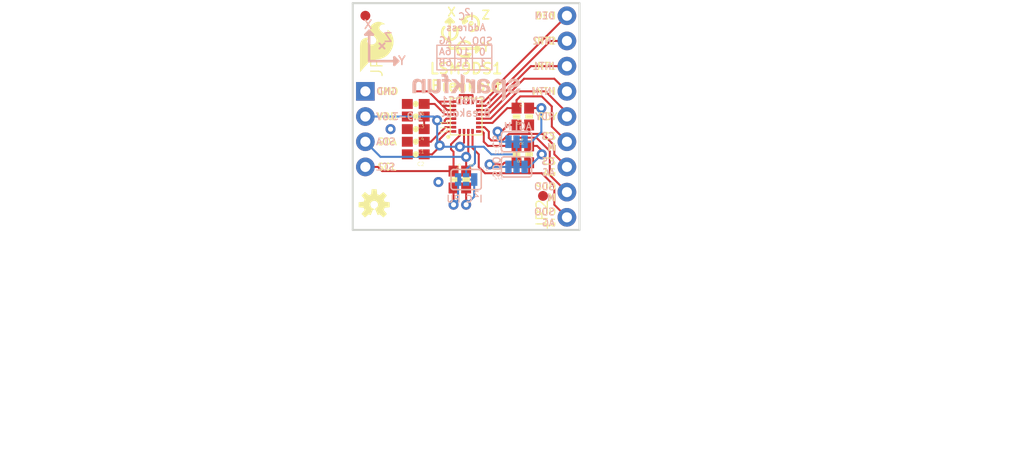
<source format=kicad_pcb>
(kicad_pcb (version 20211014) (generator pcbnew)
  (layers (0 "F.Cu" signal) (31 "B.Cu" signal) (34 "B.Paste" user) (35 "F.Paste" user) (36 "B.SilkS" user "B.Silkscreen") (37 "F.SilkS" user "F.Silkscreen") (38 "B.Mask" user) (39 "F.Mask" user) (44 "Edge.Cuts" user))
  (net 0 "")
  (net 1 "CAP")
  (net 2 "C1")
  (net 3 "GND")
  (net 4 "VDD")
  (net 5 "SDA")
  (net 6 "SCL")
  (net 7 "SDO_A/G")
  (net 8 "CS_A/G")
  (net 9 "SDO_M")
  (net 10 "CS_M")
  (net 11 "INT1_A/G")
  (net 12 "INT2_A/G")
  (net 13 "DEN_A/G")
  (net 14 "DRDY_M")
  (net 15 "INT_M")
  (net 16 "CS_A/G_PU")
  (net 17 "CS_M_PU")
  (net 18 "SDO_A/G_PU")
  (net 19 "SDO_M_PU")
  (net 20 "SCL_PU")
  (net 21 "SDA_PU")
  (footprint "boardEagle:0603-RES" (layer "F.Cu") (at 148.5011 111.3536 -90)
    (fp_text reference "R5" (at -0.889 -0.762 -90) (layer "F.SilkS") (effects (font (size 0.373888 0.373888) (thickness 0.032512)) (justify left bottom)))
    (fp_text value "10K")
    (pad "1" smd rect (at -0.85 0 270) (size 1.1 1) (layers "F.Cu" "F.Paste" "F.Mask") (net 5 "SDA"))
    (pad "2" smd rect (at 0.85 0 270) (size 1.1 1) (layers "F.Cu" "F.Paste" "F.Mask") (net 21 "SDA_PU"))
  )
  (footprint "boardEagle:LGA24-8X4" (layer "F.Cu") (at 148.5011 105.0036 90)
    (fp_text reference "U1" (at -1.778 -1.778 90) (layer "F.SilkS") (effects (font (size 0.747776 0.747776) (thickness 0.065024)) (justify left bottom)))
    (fp_text value "LSM9DS1")
    (pad "1" smd rect (at -1.505 -1.225 180) (size 0.45 0.27) (layers "F.Cu" "F.Paste" "F.Mask") (net 4 "VDD"))
    (pad "2" smd rect (at -1.475 -0.645 270) (size 0.45 0.27) (layers "F.Cu" "F.Paste" "F.Mask") (net 6 "SCL"))
    (pad "3" smd rect (at -1.475 -0.215 270) (size 0.45 0.27) (layers "F.Cu" "F.Paste" "F.Mask") (net 4 "VDD"))
    (pad "4" smd rect (at -1.475 0.215 270) (size 0.45 0.27) (layers "F.Cu" "F.Paste" "F.Mask") (net 5 "SDA"))
    (pad "5" smd rect (at -1.475 0.645 270) (size 0.45 0.27) (layers "F.Cu" "F.Paste" "F.Mask") (net 7 "SDO_A/G"))
    (pad "6" smd rect (at -1.505 1.225) (size 0.45 0.27) (layers "F.Cu" "F.Paste" "F.Mask") (net 9 "SDO_M"))
    (pad "7" smd rect (at -1.075 1.225) (size 0.45 0.27) (layers "F.Cu" "F.Paste" "F.Mask") (net 8 "CS_A/G"))
    (pad "8" smd rect (at -0.645 1.225) (size 0.45 0.27) (layers "F.Cu" "F.Paste" "F.Mask") (net 10 "CS_M"))
    (pad "9" smd rect (at -0.215 1.225) (size 0.45 0.27) (layers "F.Cu" "F.Paste" "F.Mask") (net 14 "DRDY_M"))
    (pad "10" smd rect (at 0.215 1.225) (size 0.45 0.27) (layers "F.Cu" "F.Paste" "F.Mask") (net 15 "INT_M"))
    (pad "11" smd rect (at 0.645 1.225) (size 0.45 0.27) (layers "F.Cu" "F.Paste" "F.Mask") (net 11 "INT1_A/G"))
    (pad "12" smd rect (at 1.075 1.225) (size 0.45 0.27) (layers "F.Cu" "F.Paste" "F.Mask") (net 12 "INT2_A/G"))
    (pad "13" smd rect (at 1.505 1.225) (size 0.45 0.27) (layers "F.Cu" "F.Paste" "F.Mask") (net 13 "DEN_A/G"))
    (pad "14" smd rect (at 1.475 0.645 90) (size 0.45 0.27) (layers "F.Cu" "F.Paste" "F.Mask") (net 3 "GND"))
    (pad "15" smd rect (at 1.475 0.215 90) (size 0.45 0.27) (layers "F.Cu" "F.Paste" "F.Mask") (net 3 "GND"))
    (pad "16" smd rect (at 1.475 -0.215 90) (size 0.45 0.27) (layers "F.Cu" "F.Paste" "F.Mask") (net 3 "GND"))
    (pad "17" smd rect (at 1.475 -0.645 90) (size 0.45 0.27) (layers "F.Cu" "F.Paste" "F.Mask") (net 3 "GND"))
    (pad "18" smd rect (at 1.505 -1.225 180) (size 0.45 0.27) (layers "F.Cu" "F.Paste" "F.Mask") (net 3 "GND"))
    (pad "19" smd rect (at 1.075 -1.225 180) (size 0.45 0.27) (layers "F.Cu" "F.Paste" "F.Mask") (net 3 "GND"))
    (pad "20" smd rect (at 0.645 -1.225 180) (size 0.45 0.27) (layers "F.Cu" "F.Paste" "F.Mask") (net 3 "GND"))
    (pad "21" smd rect (at 0.215 -1.225 180) (size 0.45 0.27) (layers "F.Cu" "F.Paste" "F.Mask") (net 1 "CAP"))
    (pad "22" smd rect (at -0.215 -1.225 180) (size 0.45 0.27) (layers "F.Cu" "F.Paste" "F.Mask") (net 4 "VDD"))
    (pad "23" smd rect (at -0.645 -1.225 180) (size 0.45 0.27) (layers "F.Cu" "F.Paste" "F.Mask") (net 4 "VDD"))
    (pad "24" smd rect (at -1.075 -1.225 180) (size 0.45 0.27) (layers "F.Cu" "F.Paste" "F.Mask") (net 2 "C1"))
  )
  (footprint "boardEagle:OSHW-LOGO-S" (layer "F.Cu") (at 139.2301 113.8936)
    (fp_text reference "LOGO3" hide)
    (fp_text value "OSHW-LOGOS" hide)
  )
  (footprint "boardEagle:0603-RES" (layer "F.Cu") (at 154.8511 108.8136 90)
    (fp_text reference "R3" (at -0.889 -0.762 90) (layer "F.SilkS") (effects (font (size 0.373888 0.373888) (thickness 0.032512)) (justify left bottom)))
    (fp_text value "10K")
    (pad "1" smd rect (at -0.85 0 90) (size 1.1 1) (layers "F.Cu" "F.Paste" "F.Mask") (net 7 "SDO_A/G"))
    (pad "2" smd rect (at 0.85 0 90) (size 1.1 1) (layers "F.Cu" "F.Paste" "F.Mask") (net 18 "SDO_A/G_PU"))
  )
  (footprint "boardEagle:0603-RES" (layer "F.Cu") (at 154.8511 105.0036 90)
    (fp_text reference "R1" (at -0.889 -0.762 90) (layer "F.SilkS") (effects (font (size 0.373888 0.373888) (thickness 0.032512)) (justify left bottom)))
    (fp_text value "10K")
    (pad "1" smd rect (at -0.85 0 90) (size 1.1 1) (layers "F.Cu" "F.Paste" "F.Mask") (net 8 "CS_A/G"))
    (pad "2" smd rect (at 0.85 0 90) (size 1.1 1) (layers "F.Cu" "F.Paste" "F.Mask") (net 16 "CS_A/G_PU"))
  )
  (footprint "boardEagle:STAND-OFF" (layer "F.Cu") (at 143.4211 113.8936 -90)
    (fp_text reference "STANDOFF4" hide)
    (fp_text value "STAND-OFF" hide)
    (pad "" np_thru_hole circle (at 0 0 270) (size 3.302 3.302) (drill 3.302) (layers *.Cu *.Mask))
  )
  (footprint "boardEagle:0603-CAP" (layer "F.Cu") (at 143.4211 107.5436 180)
    (fp_text reference "C1" (at -0.889 -0.762 180) (layer "F.SilkS") (effects (font (size 0.373888 0.373888) (thickness 0.032512)) (justify right top)))
    (fp_text value "0.1uF")
    (pad "1" smd rect (at -0.85 0 180) (size 1.1 1) (layers "F.Cu" "F.Paste" "F.Mask") (net 2 "C1"))
    (pad "2" smd rect (at 0.85 0 180) (size 1.1 1) (layers "F.Cu" "F.Paste" "F.Mask") (net 3 "GND"))
  )
  (footprint "boardEagle:1X04_NO_SILK" (layer "F.Cu") (at 138.3411 102.4636 -90)
    (fp_text reference "JP1" (at -1.3462 -1.8288 -90) (layer "F.SilkS") (effects (font (size 1.143 1.143) (thickness 0.127)) (justify left bottom)))
    (fp_text value "")
    (pad "1" thru_hole rect (at 0 0) (size 1.8796 1.8796) (drill 1.016) (layers *.Cu *.Mask) (net 3 "GND"))
    (pad "2" thru_hole circle (at 2.54 0) (size 1.8796 1.8796) (drill 1.016) (layers *.Cu *.Mask) (net 4 "VDD"))
    (pad "3" thru_hole circle (at 5.08 0) (size 1.8796 1.8796) (drill 1.016) (layers *.Cu *.Mask) (net 5 "SDA"))
    (pad "4" thru_hole circle (at 7.62 0) (size 1.8796 1.8796) (drill 1.016) (layers *.Cu *.Mask) (net 6 "SCL"))
  )
  (footprint "boardEagle:STAND-OFF" (layer "F.Cu") (at 153.5811 113.8936 -90)
    (fp_text reference "STANDOFF2" hide)
    (fp_text value "STAND-OFF" hide)
    (pad "" np_thru_hole circle (at 0 0 270) (size 3.302 3.302) (drill 3.302) (layers *.Cu *.Mask))
  )
  (footprint "boardEagle:FIDUCIAL-1X2" (layer "F.Cu") (at 156.2481 113.0046 -90)
    (fp_text reference "FID1" hide)
    (fp_text value "FIDUCIAL1X2" hide)
    (pad "1" smd roundrect (at 0 0 270) (size 1 1) (layers "F.Cu" "F.Mask") (roundrect_rratio 0.5))
  )
  (footprint "boardEagle:0603-CAP" (layer "F.Cu") (at 143.4211 106.2736 180)
    (fp_text reference "C4" (at -0.889 -0.762 180) (layer "F.SilkS") (effects (font (size 0.373888 0.373888) (thickness 0.032512)) (justify right top)))
    (fp_text value "10uF")
    (pad "1" smd rect (at -0.85 0 180) (size 1.1 1) (layers "F.Cu" "F.Paste" "F.Mask") (net 4 "VDD"))
    (pad "2" smd rect (at 0.85 0 180) (size 1.1 1) (layers "F.Cu" "F.Paste" "F.Mask") (net 3 "GND"))
  )
  (footprint "boardEagle:0603-RES" (layer "F.Cu") (at 153.5811 108.8136 -90)
    (fp_text reference "R4" (at -0.889 -0.762 -90) (layer "F.SilkS") (effects (font (size 0.373888 0.373888) (thickness 0.032512)) (justify left bottom)))
    (fp_text value "10K")
    (pad "1" smd rect (at -0.85 0 270) (size 1.1 1) (layers "F.Cu" "F.Paste" "F.Mask") (net 9 "SDO_M"))
    (pad "2" smd rect (at 0.85 0 270) (size 1.1 1) (layers "F.Cu" "F.Paste" "F.Mask") (net 19 "SDO_M_PU"))
  )
  (footprint "boardEagle:STAND-OFF" (layer "F.Cu") (at 143.4211 96.1136 -90)
    (fp_text reference "STANDOFF1" hide)
    (fp_text value "STAND-OFF" hide)
    (pad "" np_thru_hole circle (at 0 0 270) (size 3.302 3.302) (drill 3.302) (layers *.Cu *.Mask))
  )
  (footprint "boardEagle:FIDUCIAL-1X2" (layer "F.Cu") (at 138.3411 94.8436 -90)
    (fp_text reference "FID2" hide)
    (fp_text value "FIDUCIAL1X2" hide)
    (pad "1" smd roundrect (at 0 0 270) (size 1 1) (layers "F.Cu" "F.Mask") (roundrect_rratio 0.5))
  )
  (footprint "boardEagle:0603-CAP" (layer "F.Cu") (at 143.4211 108.8136 180)
    (fp_text reference "C2" (at -0.889 -0.762 180) (layer "F.SilkS") (effects (font (size 0.373888 0.373888) (thickness 0.032512)) (justify right top)))
    (fp_text value "0.1uF")
    (pad "1" smd rect (at -0.85 0 180) (size 1.1 1) (layers "F.Cu" "F.Paste" "F.Mask") (net 4 "VDD"))
    (pad "2" smd rect (at 0.85 0 180) (size 1.1 1) (layers "F.Cu" "F.Paste" "F.Mask") (net 3 "GND"))
  )
  (footprint "boardEagle:SFE_LOGO_FLAME_.2" (layer "F.Cu") (at 137.4521 100.8126)
    (fp_text reference "LOGO2" hide)
    (fp_text value "SFE_LOGO_FLAME.2_INCH" hide)
  )
  (footprint "boardEagle:CREATIVE_COMMONS" (layer "F.Cu") (at 121.8311 139.2936)
    (fp_text reference "FRAME1" hide)
    (fp_text value "" hide)
  )
  (footprint "boardEagle:STAND-OFF" (layer "F.Cu") (at 153.5811 96.1136 -90)
    (fp_text reference "STANDOFF3" hide)
    (fp_text value "STAND-OFF" hide)
    (pad "" np_thru_hole circle (at 0 0 270) (size 3.302 3.302) (drill 3.302) (layers *.Cu *.Mask))
  )
  (footprint "boardEagle:0603-RES" (layer "F.Cu") (at 153.5811 105.0036 -90)
    (fp_text reference "R2" (at -0.889 -0.762 -90) (layer "F.SilkS") (effects (font (size 0.373888 0.373888) (thickness 0.032512)) (justify left bottom)))
    (fp_text value "10K")
    (pad "1" smd rect (at -0.85 0 270) (size 1.1 1) (layers "F.Cu" "F.Paste" "F.Mask") (net 10 "CS_M"))
    (pad "2" smd rect (at 0.85 0 270) (size 1.1 1) (layers "F.Cu" "F.Paste" "F.Mask") (net 17 "CS_M_PU"))
  )
  (footprint "boardEagle:0603-CAP" (layer "F.Cu") (at 143.4211 103.7336 180)
    (fp_text reference "C5" (at -0.889 -0.762 180) (layer "F.SilkS") (effects (font (size 0.373888 0.373888) (thickness 0.032512)) (justify right top)))
    (fp_text value "10nF")
    (pad "1" smd rect (at -0.85 0 180) (size 1.1 1) (layers "F.Cu" "F.Paste" "F.Mask") (net 1 "CAP"))
    (pad "2" smd rect (at 0.85 0 180) (size 1.1 1) (layers "F.Cu" "F.Paste" "F.Mask") (net 3 "GND"))
  )
  (footprint "boardEagle:0603-RES" (layer "F.Cu") (at 147.2311 111.3536 -90)
    (fp_text reference "R6" (at -0.889 -0.762 -90) (layer "F.SilkS") (effects (font (size 0.373888 0.373888) (thickness 0.032512)) (justify left bottom)))
    (fp_text value "10K")
    (pad "1" smd rect (at -0.85 0 270) (size 1.1 1) (layers "F.Cu" "F.Paste" "F.Mask") (net 6 "SCL"))
    (pad "2" smd rect (at 0.85 0 270) (size 1.1 1) (layers "F.Cu" "F.Paste" "F.Mask") (net 20 "SCL_PU"))
  )
  (footprint "boardEagle:0603-CAP" (layer "F.Cu") (at 143.4211 105.0036 180)
    (fp_text reference "C3" (at -0.889 -0.762 180) (layer "F.SilkS") (effects (font (size 0.373888 0.373888) (thickness 0.032512)) (justify right top)))
    (fp_text value "0.1uF")
    (pad "1" smd rect (at -0.85 0 180) (size 1.1 1) (layers "F.Cu" "F.Paste" "F.Mask") (net 4 "VDD"))
    (pad "2" smd rect (at 0.85 0 180) (size 1.1 1) (layers "F.Cu" "F.Paste" "F.Mask") (net 3 "GND"))
  )
  (footprint "boardEagle:1X09_NO_SILK" (layer "F.Cu") (at 158.6611 115.1636 90)
    (fp_text reference "JP2" (at -1.3462 -1.8288 90) (layer "F.SilkS") (effects (font (size 1.143 1.143) (thickness 0.127)) (justify left bottom)))
    (fp_text value "M09NO_SILK")
    (pad "1" thru_hole circle (at 0 0 180) (size 1.8796 1.8796) (drill 1.016) (layers *.Cu *.Mask) (net 7 "SDO_A/G"))
    (pad "2" thru_hole circle (at 2.54 0 180) (size 1.8796 1.8796) (drill 1.016) (layers *.Cu *.Mask) (net 9 "SDO_M"))
    (pad "3" thru_hole circle (at 5.08 0 180) (size 1.8796 1.8796) (drill 1.016) (layers *.Cu *.Mask) (net 8 "CS_A/G"))
    (pad "4" thru_hole circle (at 7.62 0 180) (size 1.8796 1.8796) (drill 1.016) (layers *.Cu *.Mask) (net 10 "CS_M"))
    (pad "5" thru_hole circle (at 10.16 0 180) (size 1.8796 1.8796) (drill 1.016) (layers *.Cu *.Mask) (net 14 "DRDY_M"))
    (pad "6" thru_hole circle (at 12.7 0 180) (size 1.8796 1.8796) (drill 1.016) (layers *.Cu *.Mask) (net 15 "INT_M"))
    (pad "7" thru_hole circle (at 15.24 0 180) (size 1.8796 1.8796) (drill 1.016) (layers *.Cu *.Mask) (net 11 "INT1_A/G"))
    (pad "8" thru_hole circle (at 17.78 0 180) (size 1.8796 1.8796) (drill 1.016) (layers *.Cu *.Mask) (net 12 "INT2_A/G"))
    (pad "9" thru_hole circle (at 20.32 0 180) (size 1.8796 1.8796) (drill 1.016) (layers *.Cu *.Mask) (net 13 "DEN_A/G"))
  )
  (footprint "boardEagle:PAD-JUMPER-3-3OF3_NC_BY_TRACE_YES_SILK_FULL_BOX" (layer "B.Cu") (at 153.5811 110.0836)
    (fp_text reference "SJ2" (at -1.27 1.27 180) (layer "B.SilkS") (effects (font (size 0.373888 0.373888) (thickness 0.032512)) (justify left bottom mirror)))
    (fp_text value "")
    (fp_line (start -1.016 0) (end -0.254 0) (layer "B.Cu") (width 0.2032))
    (fp_line (start 0.254 0) (end 1.016 0) (layer "B.Cu") (width 0.2032))
    (pad "1" smd rect (at -0.8128 0) (size 0.635 1.27) (layers "B.Cu" "B.Mask") (net 19 "SDO_M_PU"))
    (pad "2" smd rect (at 0 0) (size 0.635 1.27) (layers "B.Cu" "B.Mask") (net 4 "VDD"))
    (pad "3" smd rect (at 0.8128 0) (size 0.635 1.27) (layers "B.Cu" "B.Mask") (net 18 "SDO_A/G_PU"))
  )
  (footprint "boardEagle:PAD-JUMPER-3-3OF3_NC_BY_TRACE_YES_SILK_FULL_BOX" (layer "B.Cu") (at 148.5011 111.3536 180)
    (fp_text reference "SJ3" (at -1.27 1.27) (layer "B.SilkS") (effects (font (size 0.373888 0.373888) (thickness 0.032512)) (justify right top mirror)))
    (fp_text value "")
    (fp_line (start 0.254 0) (end 1.016 0) (layer "B.Cu") (width 0.2032))
    (fp_line (start -1.016 0) (end -0.254 0) (layer "B.Cu") (width 0.2032))
    (pad "1" smd rect (at -0.8128 0 180) (size 0.635 1.27) (layers "B.Cu" "B.Mask") (net 21 "SDA_PU"))
    (pad "2" smd rect (at 0 0 180) (size 0.635 1.27) (layers "B.Cu" "B.Mask") (net 4 "VDD"))
    (pad "3" smd rect (at 0.8128 0 180) (size 0.635 1.27) (layers "B.Cu" "B.Mask") (net 20 "SCL_PU"))
  )
  (footprint "boardEagle:PAD-JUMPER-3-3OF3_NC_BY_TRACE_YES_SILK_FULL_BOX" (layer "B.Cu") (at 153.5811 107.5436)
    (fp_text reference "SJ1" (at -1.27 1.27 180) (layer "B.SilkS") (effects (font (size 0.373888 0.373888) (thickness 0.032512)) (justify left bottom mirror)))
    (fp_text value "")
    (fp_line (start 0.254 0) (end 1.016 0) (layer "B.Cu") (width 0.2032))
    (fp_line (start -1.016 0) (end -0.254 0) (layer "B.Cu") (width 0.2032))
    (pad "1" smd rect (at -0.8128 0) (size 0.635 1.27) (layers "B.Cu" "B.Mask") (net 17 "CS_M_PU"))
    (pad "2" smd rect (at 0 0) (size 0.635 1.27) (layers "B.Cu" "B.Mask") (net 4 "VDD"))
    (pad "3" smd rect (at 0.8128 0) (size 0.635 1.27) (layers "B.Cu" "B.Mask") (net 16 "CS_A/G_PU"))
  )
  (footprint "boardEagle:SFE_LOGO_NAME_.1" (layer "B.Cu") (at 154.4701 103.9876 180)
    (fp_text reference "LOGO1" hide)
    (fp_text value "SFE_LOGO_NAME.1_INCH" hide)
  )
  (gr_line (start 139.7635 97.6376) (end 140.2715 98.1456) (layer "B.SilkS") (width 0.2032))
  (gr_line (start 138.3411 96.7486) (end 139.1031 96.7486) (layer "B.SilkS") (width 0.254))
  (gr_line (start 151.0665 99.1362) (end 145.5547 99.1362) (layer "B.SilkS") (width 0.127))
  (gr_line (start 153.5811 105.5116) (end 153.5811 106.5276) (layer "B.SilkS") (width 0.1524))
  (gr_line (start 141.6431 99.4156) (end 141.2621 99.0346) (layer "B.SilkS") (width 0.254))
  (gr_line (start 151.0919 100.3046) (end 149.1361 100.3046) (layer "B.SilkS") (width 0.127))
  (gr_line (start 145.5547 99.1362) (end 145.5547 97.8154) (layer "B.SilkS") (width 0.127))
  (gr_line (start 145.5547 97.8154) (end 147.3581 97.8154) (layer "B.SilkS") (width 0.127))
  (gr_line (start 147.3581 97.8154) (end 147.3581 100.3046) (layer "B.SilkS") (width 0.127))
  (gr_line (start 139.1031 96.7486) (end 138.7221 96.3676) (layer "B.SilkS") (width 0.254))
  (gr_line (start 147.3581 97.8154) (end 149.1361 97.8154) (layer "B.SilkS") (width 0.127))
  (gr_line (start 149.1361 97.8154) (end 149.1361 100.3046) (layer "B.SilkS") (width 0.127))
  (gr_line (start 147.3581 100.3046) (end 145.5547 100.3046) (layer "B.SilkS") (width 0.127))
  (gr_line (start 149.1361 97.8154) (end 151.0919 97.8154) (layer "B.SilkS") (width 0.127))
  (gr_line (start 139.7635 98.1456) (end 140.2715 97.6376) (layer "B.SilkS") (width 0.2032))
  (gr_line (start 138.7221 99.4156) (end 141.6431 99.4156) (layer "B.SilkS") (width 0.254))
  (gr_line (start 151.0919 97.8154) (end 151.0919 100.3046) (layer "B.SilkS") (width 0.127))
  (gr_line (start 141.2621 99.7966) (end 141.6431 99.4156) (layer "B.SilkS") (width 0.254))
  (gr_line (start 153.5811 108.5596) (end 153.5811 109.0676) (layer "B.SilkS") (width 0.1524))
  (gr_line (start 141.2621 99.0346) (end 141.2621 99.7966) (layer "B.SilkS") (width 0.254))
  (gr_line (start 149.1361 100.3046) (end 147.3581 100.3046) (layer "B.SilkS") (width 0.127))
  (gr_line (start 145.5547 100.3046) (end 145.5547 99.1362) (layer "B.SilkS") (width 0.127))
  (gr_line (start 138.7221 99.4156) (end 138.7221 96.3676) (layer "B.SilkS") (width 0.254))
  (gr_line (start 138.7221 96.3676) (end 138.3411 96.7486) (layer "B.SilkS") (width 0.254))
  (gr_line (start 148.3741 95.4786) (end 148.2471 95.4786) (layer "F.SilkS") (width 0.127))
  (gr_line (start 148.5773 95.377) (end 148.1201 95.1738) (layer "F.SilkS") (width 0.254))
  (gr_arc (start 148.905084 98.717054) (mid 147.58712 98.221663) (end 148.869356 97.640016) (layer "F.SilkS") (width 0.254))
  (gr_line (start 148.905084 98.717054) (end 148.50779 98.65835) (layer "F.SilkS") (width 0.254))
  (gr_line (start 148.702778 99.119113) (end 148.905084 98.717054) (layer "F.SilkS") (width 0.254))
  (gr_line (start 149.5171 98.5266) (end 149.5171 97.7646) (layer "F.SilkS") (width 0.254))
  (gr_line (start 149.8981 98.1456) (end 149.5171 98.5266) (layer "F.SilkS") (width 0.254))
  (gr_line (start 148.50779 98.65835) (end 148.702778 99.119113) (layer "F.SilkS") (width 0.254))
  (gr_line (start 148.1201 95.1738) (end 148.2471 95.6056) (layer "F.SilkS") (width 0.254))
  (gr_line (start 146.8501 95.0976) (end 147.2311 95.4786) (layer "F.SilkS") (width 0.254))
  (gr_line (start 148.3487 95.377) (end 148.2725 95.2754) (layer "F.SilkS") (width 0.254))
  (gr_line (start 146.8501 98.1456) (end 146.8501 95.0976) (layer "F.SilkS") (width 0.254))
  (gr_line (start 147.370753 95.963616) (end 147.31205 96.36091) (layer "F.SilkS") (width 0.254))
  (gr_arc (start 147.370753 95.963616) (mid 146.875362 97.28158) (end 146.293715 95.999344) (layer "F.SilkS") (width 0.254))
  (gr_arc (start 148.2471 95.6056) (mid 149.547915 95.066785) (end 149.0091 96.3676) (layer "F.SilkS") (width 0.254))
  (gr_circle (center 149.0091 95.6056) (end 149.0726 95.6056) (layer "F.SilkS") (width 0.1778) (fill none))
  (gr_line (start 147.772812 96.165922) (end 147.370753 95.963616) (layer "F.SilkS") (width 0.254))
  (gr_line (start 146.4691 95.4786) (end 146.8501 95.0976) (layer "F.SilkS") (width 0.254))
  (gr_line (start 148.2471 95.6056) (end 148.5773 95.377) (layer "F.SilkS") (width 0.254))
  (gr_line (start 147.31205 96.36091) (end 147.772812 96.165922) (layer "F.SilkS") (width 0.254))
  (gr_line (start 146.8501 98.1456) (end 149.8981 98.1456) (layer "F.SilkS") (width 0.254))
  (gr_line (start 147.2311 95.4786) (end 146.4691 95.4786) (layer "F.SilkS") (width 0.254))
  (gr_line (start 149.5171 97.7646) (end 149.8981 98.1456) (layer "F.SilkS") (width 0.254))
  (gr_line (start 137.0711 93.5736) (end 137.0711 116.4336) (layer "Edge.Cuts") (width 0.2032))
  (gr_line (start 159.9311 116.4336) (end 159.9311 93.5736) (layer "Edge.Cuts") (width 0.2032))
  (gr_line (start 137.0711 116.4336) (end 159.9311 116.4336) (layer "Edge.Cuts") (width 0.2032))
  (gr_line (start 159.9311 93.5736) (end 137.0711 93.5736) (layer "Edge.Cuts") (width 0.2032))
  (gr_text "1.9-3.6V" (at 139.3571 105.0036) (layer "B.SilkS") (effects (font (size 0.69088 0.69088) (thickness 0.12192)) (justify right mirror)))
  (gr_text "Y" (at 142.0241 98.8568) (layer "B.SilkS") (effects (font (size 0.8636 0.8636) (thickness 0.1524)) (justify top mirror)))
  (gr_text "AG" (at 154.4701 106.4006) (layer "B.SilkS") (effects (font (size 0.69088 0.69088) (thickness 0.12192)) (justify bottom mirror)))
  (gr_text "DEN" (at 157.5181 94.8436) (layer "B.SilkS") (effects (font (size 0.69088 0.69088) (thickness 0.12192)) (justify left mirror)))
  (gr_text "INTM" (at 157.5181 102.4636) (layer "B.SilkS") (effects (font (size 0.69088 0.69088) (thickness 0.12192)) (justify left mirror)))
  (gr_text "M" (at 152.6921 106.4006) (layer "B.SilkS") (effects (font (size 0.69088 0.69088) (thickness 0.12192)) (justify bottom mirror)))
  (gr_text "SDO" (at 151.9301 110.0836 -90) (layer "B.SilkS") (effects (font (size 0.69088 0.69088) (thickness 0.12192)) (justify top mirror)))
  (gr_text "AG\n6A\n6B" (at 146.3929 98.4504) (layer "B.SilkS") (effects (font (size 0.69088 0.69088) (thickness 0.12192)) (justify mirror)))
  (gr_text "X" (at 138.6205 96.2406) (layer "B.SilkS") (effects (font (size 0.8636 0.8636) (thickness 0.1524)) (justify bottom mirror)))
  (gr_text "2" (at 149.5552 113.1443) (layer "B.SilkS") (effects (font (size 0.53975 0.53975) (thickness 0.09525)) (justify bottom mirror)))
  (gr_text "X\n1C\n1E" (at 148.1455 98.4758) (layer "B.SilkS") (effects (font (size 0.69088 0.69088) (thickness 0.12192)) (justify mirror)))
  (gr_text "CS" (at 151.9301 107.5436 -90) (layer "B.SilkS") (effects (font (size 0.69088 0.69088) (thickness 0.12192)) (justify top mirror)))
  (gr_text "INT1" (at 157.5181 99.9236) (layer "B.SilkS") (effects (font (size 0.69088 0.69088) (thickness 0.12192)) (justify left mirror)))
  (gr_text "LSM9DS1\nBreakout" (at 148.5011 102.9716) (layer "B.SilkS") (effects (font (size 0.75565 0.75565) (thickness 0.13335)) (justify top mirror)))
  (gr_text "SDO\nAG" (at 157.5181 115.1636) (layer "B.SilkS") (effects (font (size 0.69088 0.69088) (thickness 0.12192)) (justify left mirror)))
  (gr_text "CS\nAG" (at 157.5181 110.0836) (layer "B.SilkS") (effects (font (size 0.69088 0.69088) (thickness 0.12192)) (justify left mirror)))
  (gr_text "C PU" (at 147.8407 113.7158) (layer "B.SilkS") (effects (font (size 0.69088 0.69088) (thickness 0.12192)) (justify bottom mirror)))
  (gr_text "Z" (at 140.6271 97.536) (layer "B.SilkS") (effects (font (size 0.8636 0.8636) (thickness 0.1524)) (justify bottom mirror)))
  (gr_text "RDY" (at 157.5181 105.0036) (layer "B.SilkS") (effects (font (size 0.69088 0.69088) (thickness 0.12192)) (justify left mirror)))
  (gr_text "I" (at 149.9997 113.7158) (layer "B.SilkS") (effects (font (size 0.69088 0.69088) (thickness 0.12192)) (justify bottom mirror)))
  (gr_text "GND" (at 139.3571 102.4636) (layer "B.SilkS") (effects (font (size 0.69088 0.69088) (thickness 0.12192)) (justify right mirror)))
  (gr_text "SDO\nM" (at 157.5181 112.6236) (layer "B.SilkS") (effects (font (size 0.69088 0.69088) (thickness 0.12192)) (justify left mirror)))
  (gr_text "SDA" (at 139.3571 107.5436) (layer "B.SilkS") (effects (font (size 0.69088 0.69088) (thickness 0.12192)) (justify right mirror)))
  (gr_text "I C\nAddress" (at 148.4757 95.4786) (layer "B.SilkS") (effects (font (size 0.69088 0.69088) (thickness 0.12192)) (justify mirror)))
  (gr_text "CS\nM" (at 157.5181 107.5436) (layer "B.SilkS") (effects (font (size 0.69088 0.69088) (thickness 0.12192)) (justify left mirror)))
  (gr_text "SDO\n0\n1" (at 150.1267 98.5012) (layer "B.SilkS") (effects (font (size 0.69088 0.69088) (thickness 0.12192)) (justify mirror)))
  (gr_text "SCL" (at 139.3571 110.0836) (layer "B.SilkS") (effects (font (size 0.69088 0.69088) (thickness 0.12192)) (justify right mirror)))
  (gr_text "INT2" (at 157.5181 97.3836) (layer "B.SilkS") (effects (font (size 0.69088 0.69088) (thickness 0.12192)) (justify left mirror)))
  (gr_text "2" (at 148.6281 94.4626) (layer "B.SilkS") (effects (font (size 0.6477 0.6477) (thickness 0.1143)) (justify mirror)))
  (gr_text "VDD" (at 139.4841 105.0036) (layer "F.SilkS") (effects (font (size 0.69088 0.69088) (thickness 0.12192)) (justify left)))
  (gr_text "INTM" (at 157.6451 102.4636) (layer "F.SilkS") (effects (font (size 0.69088 0.69088) (thickness 0.12192)) (justify right)))
  (gr_text "X" (at 147.0279 94.9706) (layer "F.SilkS") (effects (font (size 0.8636 0.8636) (thickness 0.1524)) (justify bottom)))
  (gr_text "SDO\nM" (at 157.6451 112.6236) (layer "F.SilkS") (effects (font (size 0.69088 0.69088) (thickness 0.12192)) (justify right)))
  (gr_text "SCL" (at 139.4841 110.0836) (layer "F.SilkS") (effects (font (size 0.69088 0.69088) (thickness 0.12192)) (justify left)))
  (gr_text "SDA" (at 139.4841 107.5436) (layer "F.SilkS") (effects (font (size 0.69088 0.69088) (thickness 0.12192)) (justify left)))
  (gr_text "INT1" (at 157.6451 99.9236) (layer "F.SilkS") (effects (font (size 0.69088 0.69088) (thickness 0.12192)) (justify right)))
  (gr_text "GND" (at 139.4841 102.4636) (layer "F.SilkS") (effects (font (size 0.69088 0.69088) (thickness 0.12192)) (justify left)))
  (gr_text "CS\nM" (at 157.6451 107.5436) (layer "F.SilkS") (effects (font (size 0.69088 0.69088) (thickness 0.12192)) (justify right)))
  (gr_text "DEN" (at 157.6451 94.8436) (layer "F.SilkS") (effects (font (size 0.69088 0.69088) (thickness 0.12192)) (justify right)))
  (gr_text "INT2" (at 157.6451 97.3836) (layer "F.SilkS") (effects (font (size 0.69088 0.69088) (thickness 0.12192)) (justify right)))
  (gr_text "CS\nAG" (at 157.6451 110.0836) (layer "F.SilkS") (effects (font (size 0.69088 0.69088) (thickness 0.12192)) (justify right)))
  (gr_text "SDO\nAG" (at 157.6451 115.1636) (layer "F.SilkS") (effects (font (size 0.69088 0.69088) (thickness 0.12192)) (justify right)))
  (gr_text "Z" (at 150.4823 95.2754) (layer "F.SilkS") (effects (font (size 0.8636 0.8636) (thickness 0.1524)) (justify bottom)))
  (gr_text "LSM9DS1\nBreakout" (at 148.5011 99.5426) (layer "F.SilkS") (effects (font (size 1.0795 1.0795) (thickness 0.1905)) (justify top)))
  (gr_text "Y" (at 150.4823 98.5266) (layer "F.SilkS") (effects (font (size 0.8636 0.8636) (thickness 0.1524)) (justify bottom)))
  (gr_text "RDY" (at 157.7721 105.0036) (layer "F.SilkS") (effects (font (size 0.69088 0.69088) (thickness 0.12192)) (justify right)))
  (segment (start 145.3261 103.7336) (end 144.2711 103.7336) (width 0.2032) (layer "F.Cu") (net 1))
  (segment (start 147.2761 104.7886) (end 146.3811 104.7886) (width 0.2032) (layer "F.Cu") (net 1))
  (segment (start 146.3811 104.7886) (end 145.3261 103.7336) (width 0.2032) (layer "F.Cu") (net 1))
  (segment (start 144.9451 107.5436) (end 144.2711 107.5436) (width 0.2032) (layer "F.Cu") (net 2))
  (segment (start 146.4101 106.0786) (end 144.9451 107.5436) (width 0.2032) (layer "F.Cu") (net 2))
  (segment (start 147.2761 106.0786) (end 146.4101 106.0786) (width 0.2032) (layer "F.Cu") (net 2))
  (segment (start 148.7161 102.8446) (end 148.7161 103.5286) (width 0.2032) (layer "F.Cu") (net 3))
  (segment (start 148.2861 102.8446) (end 148.7161 102.8446) (width 0.2032) (layer "F.Cu") (net 3))
  (segment (start 144.6911 102.4636) (end 143.4211 102.4636) (width 0.2032) (layer "F.Cu") (net 3))
  (segment (start 147.8561 102.8446) (end 148.2861 102.8446) (width 0.2032) (layer "F.Cu") (net 3))
  (segment (start 146.5861 104.3586) (end 146.1561 103.9286) (width 0.2032) (layer "F.Cu") (net 3))
  (segment (start 146.1561 103.9286) (end 145.7261 103.4986) (width 0.2032) (layer "F.Cu") (net 3))
  (segment (start 145.7261 103.4986) (end 144.6911 102.4636) (width 0.2032) (layer "F.Cu") (net 3))
  (segment (start 149.1461 103.5286) (end 149.1461 102.8446) (width 0.2032) (layer "F.Cu") (net 3))
  (segment (start 148.2861 103.5286) (end 148.2861 102.8446) (width 0.2032) (layer "F.Cu") (net 3))
  (segment (start 149.1461 102.8446) (end 148.7161 102.8446) (width 0.2032) (layer "F.Cu") (net 3))
  (segment (start 147.2761 103.9286) (end 146.1561 103.9286) (width 0.2032) (layer "F.Cu") (net 3))
  (segment (start 147.8561 103.5286) (end 147.8561 102.8446) (width 0.2032) (layer "F.Cu") (net 3))
  (segment (start 147.2761 103.4986) (end 145.7261 103.4986) (width 0.2032) (layer "F.Cu") (net 3))
  (segment (start 147.2761 104.3586) (end 146.5861 104.3586) (width 0.2032) (layer "F.Cu") (net 3))
  (via (at 145.7071 111.6076) (size 1.016) (drill 0.508) (layers "F.Cu" "B.Cu") (net 3))
  (via (at 140.8811 106.2736) (size 1.016) (drill 0.508) (layers "F.Cu" "B.Cu") (net 3))
  (segment (start 146.5081 105.2186) (end 146.3421 105.3846) (width 0.2032) (layer "F.Cu") (net 4))
  (segment (start 144.2711 108.8136) (end 145.0721 108.8136) (width 0.2032) (layer "F.Cu") (net 4))
  (segment (start 148.2861 107.6316) (end 147.8661 108.0516) (width 0.2032) (layer "F.Cu") (net 4))
  (segment (start 146.3421 105.6486) (end 145.8441 105.6486) (width 0.2032) (layer "F.Cu") (net 4))
  (segment (start 145.8341 107.9881) (end 145.8341 107.9246) (width 0.2032) (layer "F.Cu") (net 4))
  (segment (start 145.8341 107.2896) (end 145.8341 107.9246) (width 0.2032) (layer "F.Cu") (net 4))
  (segment (start 145.8441 105.6486) (end 145.5801 105.3846) (width 0.2032) (layer "F.Cu") (net 4))
  (segment (start 144.2711 105.0036) (end 144.2711 106.2736) (width 0.2032) (layer "F.Cu") (net 4))
  (segment (start 146.6151 106.5086) (end 145.8341 107.2896) (width 0.2032) (layer "F.Cu") (net 4))
  (segment (start 148.2861 106.4786) (end 148.2861 107.6316) (width 0.2032) (layer "F.Cu") (net 4))
  (segment (start 147.2761 105.6486) (end 146.3421 105.6486) (width 0.2032) (layer "F.Cu") (net 4))
  (segment (start 147.2761 105.2186) (end 146.5081 105.2186) (width 0.2032) (layer "F.Cu") (net 4))
  (segment (start 145.0721 108.8136) (end 145.8341 108.0516) (width 0.2032) (layer "F.Cu") (net 4))
  (segment (start 145.1991 105.0036) (end 145.5801 105.3846) (width 0.2032) (layer "F.Cu") (net 4))
  (segment (start 144.2711 105.0036) (end 145.1991 105.0036) (width 0.2032) (layer "F.Cu") (net 4))
  (segment (start 147.2761 106.5086) (end 146.6151 106.5086) (width 0.2032) (layer "F.Cu") (net 4))
  (segment (start 145.8341 108.0516) (end 145.8341 107.9881) (width 0.2032) (layer "F.Cu") (net 4))
  (segment (start 146.3421 105.3846) (end 146.3421 105.6486) (width 0.2032) (layer "F.Cu") (net 4))
  (via (at 145.5801 105.3846) (size 1.016) (drill 0.508) (layers "F.Cu" "B.Cu") (net 4))
  (via (at 147.8661 108.0516) (size 1.016) (drill 0.508) (layers "F.Cu" "B.Cu") (net 4))
  (via (at 145.8341 107.9246) (size 1.016) (drill 0.508) (layers "F.Cu" "B.Cu") (net 4))
  (segment (start 149.3901 109.7026) (end 149.3901 108.0516) (width 0.2032) (layer "B.Cu") (net 4))
  (segment (start 153.5811 110.0836) (end 153.5811 108.8136) (width 0.2032) (layer "B.Cu") (net 4))
  (segment (start 138.3411 105.0036) (end 145.1991 105.0036) (width 0.2032) (layer "B.Cu") (net 4))
  (segment (start 150.2791 108.0516) (end 151.0411 108.8136) (width 0.2032) (layer "B.Cu") (net 4))
  (segment (start 153.5811 108.8136) (end 153.5811 107.5436) (width 0.2032) (layer "B.Cu") (net 4))
  (segment (start 151.0411 108.8136) (end 153.5811 108.8136) (width 0.2032) (layer "B.Cu") (net 4))
  (segment (start 145.9611 108.0516) (end 145.8341 107.9246) (width 0.2032) (layer "B.Cu") (net 4))
  (segment (start 145.8341 107.9246) (end 145.5801 107.6706) (width 0.2032) (layer "B.Cu") (net 4))
  (segment (start 145.5801 107.6706) (end 145.5801 105.3846) (width 0.2032) (layer "B.Cu") (net 4))
  (segment (start 145.1991 105.0036) (end 145.5801 105.3846) (width 0.2032) (layer "B.Cu") (net 4))
  (segment (start 149.3901 108.0516) (end 147.8661 108.0516) (width 0.2032) (layer "B.Cu") (net 4))
  (segment (start 149.1361 109.9566) (end 149.3901 109.7026) (width 0.2032) (layer "B.Cu") (net 4))
  (segment (start 150.2791 108.0516) (end 149.3901 108.0516) (width 0.2032) (layer "B.Cu") (net 4))
  (segment (start 148.5011 111.3536) (end 148.5011 110.3376) (width 0.2032) (layer "B.Cu") (net 4))
  (segment (start 147.8661 108.0516) (end 145.9611 108.0516) (width 0.2032) (layer "B.Cu") (net 4))
  (segment (start 148.5011 110.3376) (end 148.8821 109.9566) (width 0.2032) (layer "B.Cu") (net 4))
  (segment (start 148.8821 109.9566) (end 149.1361 109.9566) (width 0.2032) (layer "B.Cu") (net 4))
  (segment (start 148.5011 110.5036) (end 148.5011 109.0676) (width 0.2032) (layer "F.Cu") (net 5))
  (segment (start 148.7161 108.8526) (end 148.7161 106.4786) (width 0.2032) (layer "F.Cu") (net 5))
  (segment (start 148.5011 109.0676) (end 148.7161 108.8526) (width 0.2032) (layer "F.Cu") (net 5))
  (via (at 148.5011 109.0676) (size 1.016) (drill 0.508) (layers "F.Cu" "B.Cu") (net 5))
  (segment (start 139.8651 109.0676) (end 138.3411 107.5436) (width 0.2032) (layer "B.Cu") (net 5))
  (segment (start 148.5011 109.0676) (end 139.8651 109.0676) (width 0.2032) (layer "B.Cu") (net 5))
  (segment (start 146.9771 108.3056) (end 146.9771 107.7976) (width 0.2032) (layer "F.Cu") (net 6))
  (segment (start 140.0311 110.5036) (end 139.6111 110.0836) (width 0.2032) (layer "F.Cu") (net 6))
  (segment (start 139.6111 110.0836) (end 138.3411 110.0836) (width 0.2032) (layer "F.Cu") (net 6))
  (segment (start 147.8561 106.4786) (end 147.8561 106.9186) (width 0.2032) (layer "F.Cu") (net 6))
  (segment (start 146.9771 107.7976) (end 147.8561 106.9186) (width 0.2032) (layer "F.Cu") (net 6))
  (segment (start 147.2311 110.5036) (end 140.0311 110.5036) (width 0.2032) (layer "F.Cu") (net 6))
  (segment (start 147.2311 108.5596) (end 146.9771 108.3056) (width 0.2032) (layer "F.Cu") (net 6))
  (segment (start 147.2311 110.5036) (end 147.2311 108.5596) (width 0.2032) (layer "F.Cu") (net 6))
  (segment (start 157.3911 113.8936) (end 158.6611 115.1636) (width 0.2032) (layer "F.Cu") (net 7))
  (segment (start 150.4061 110.7186) (end 154.8511 110.7186) (width 0.2032) (layer "F.Cu") (net 7))
  (segment (start 154.8511 110.7186) (end 156.1211 110.7186) (width 0.2032) (layer "F.Cu") (net 7))
  (segment (start 149.7711 108.8136) (end 149.7711 110.0836) (width 0.2032) (layer "F.Cu") (net 7))
  (segment (start 154.8511 109.6636) (end 154.8511 110.7186) (width 0.2032) (layer "F.Cu") (net 7))
  (segment (start 149.1461 108.1886) (end 149.7711 108.8136) (width 0.2032) (layer "F.Cu") (net 7))
  (segment (start 156.1211 110.7186) (end 157.3911 111.9886) (width 0.2032) (layer "F.Cu") (net 7))
  (segment (start 149.1461 106.4786) (end 149.1461 108.1886) (width 0.2032) (layer "F.Cu") (net 7))
  (segment (start 157.3911 111.9886) (end 157.3911 113.8936) (width 0.2032) (layer "F.Cu") (net 7))
  (segment (start 149.7711 110.0836) (end 150.4061 110.7186) (width 0.2032) (layer "F.Cu") (net 7))
  (segment (start 154.8511 105.8536) (end 154.8511 106.7562) (width 0.2032) (layer "F.Cu") (net 8))
  (segment (start 154.8511 106.7562) (end 156.2227 106.7562) (width 0.2032) (layer "F.Cu") (net 8))
  (segment (start 156.2227 106.7562) (end 157.3911 107.9246) (width 0.2032) (layer "F.Cu") (net 8))
  (segment (start 150.3381 106.0786) (end 150.7871 106.5276) (width 0.2032) (layer "F.Cu") (net 8))
  (segment (start 150.7871 106.5276) (end 150.7871 107.1626) (width 0.2032) (layer "F.Cu") (net 8))
  (segment (start 157.3911 107.9246) (end 157.3911 108.8136) (width 0.2032) (layer "F.Cu") (net 8))
  (segment (start 152.8191 106.7562) (end 154.8511 106.7562) (width 0.2032) (layer "F.Cu") (net 8))
  (segment (start 150.7871 107.1626) (end 151.0411 107.4166) (width 0.2032) (layer "F.Cu") (net 8))
  (segment (start 157.3911 108.8136) (end 158.6611 110.0836) (width 0.2032) (layer "F.Cu") (net 8))
  (segment (start 151.0411 107.4166) (end 152.1587 107.4166) (width 0.2032) (layer "F.Cu") (net 8))
  (segment (start 152.1587 107.4166) (end 152.8191 106.7562) (width 0.2032) (layer "F.Cu") (net 8))
  (segment (start 149.7261 106.0786) (end 150.3381 106.0786) (width 0.2032) (layer "F.Cu") (net 8))
  (segment (start 150.2791 106.6546) (end 150.2791 107.5436) (width 0.2032) (layer "F.Cu") (net 9))
  (segment (start 156.9339 108.4834) (end 156.9339 110.8964) (width 0.2032) (layer "F.Cu") (net 9))
  (segment (start 150.2791 107.5436) (end 150.6991 107.9636) (width 0.2032) (layer "F.Cu") (net 9))
  (segment (start 153.5811 107.2896) (end 153.5811 107.9636) (width 0.2032) (layer "F.Cu") (net 9))
  (segment (start 153.7335 107.1372) (end 153.5811 107.2896) (width 0.2032) (layer "F.Cu") (net 9))
  (segment (start 155.5877 107.1372) (end 153.7335 107.1372) (width 0.2032) (layer "F.Cu") (net 9))
  (segment (start 155.5877 107.1372) (end 156.9339 108.4834) (width 0.2032) (layer "F.Cu") (net 9))
  (segment (start 150.6991 107.9636) (end 153.5811 107.9636) (width 0.2032) (layer "F.Cu") (net 9))
  (segment (start 158.6611 112.6236) (end 156.9339 110.8964) (width 0.2032) (layer "F.Cu") (net 9))
  (segment (start 149.7261 106.5086) (end 150.1331 106.5086) (width 0.2032) (layer "F.Cu") (net 9))
  (segment (start 150.1331 106.5086) (end 150.2791 106.6546) (width 0.2032) (layer "F.Cu") (net 9))
  (segment (start 157.1371 103.9876) (end 157.1371 106.0196) (width 0.2032) (layer "F.Cu") (net 10))
  (segment (start 156.1211 102.9716) (end 157.1371 103.9876) (width 0.2032) (layer "F.Cu") (net 10))
  (segment (start 149.7261 105.6486) (end 151.1581 105.6486) (width 0.2032) (layer "F.Cu") (net 10))
  (segment (start 151.1581 105.6486) (end 152.6531 104.1536) (width 0.2032) (layer "F.Cu") (net 10))
  (segment (start 152.6531 104.1536) (end 153.5811 104.1536) (width 0.2032) (layer "F.Cu") (net 10))
  (segment (start 157.1371 106.0196) (end 158.6611 107.5436) (width 0.2032) (layer "F.Cu") (net 10))
  (segment (start 153.5811 103.3526) (end 153.9621 102.9716) (width 0.2032) (layer "F.Cu") (net 10))
  (segment (start 153.9621 102.9716) (end 156.1211 102.9716) (width 0.2032) (layer "F.Cu") (net 10))
  (segment (start 153.5811 104.1536) (end 153.5811 103.3526) (width 0.2032) (layer "F.Cu") (net 10))
  (segment (start 155.0289 99.9236) (end 158.6611 99.9236) (width 0.2032) (layer "F.Cu") (net 11))
  (segment (start 150.5939 104.3586) (end 155.0289 99.9236) (width 0.2032) (layer "F.Cu") (net 11))
  (segment (start 149.7261 104.3586) (end 150.5939 104.3586) (width 0.2032) (layer "F.Cu") (net 11))
  (segment (start 149.7261 103.9286) (end 150.4397 103.9286) (width 0.2032) (layer "F.Cu") (net 12))
  (segment (start 150.4397 103.9286) (end 156.9847 97.3836) (width 0.2032) (layer "F.Cu") (net 12))
  (segment (start 156.9847 97.3836) (end 158.6611 97.3836) (width 0.2032) (layer "F.Cu") (net 12))
  (segment (start 151.3205 102.4636) (end 151.3205 102.1842) (width 0.2032) (layer "F.Cu") (net 13))
  (segment (start 149.7261 103.4986) (end 150.2855 103.4986) (width 0.2032) (layer "F.Cu") (net 13))
  (segment (start 150.2855 103.4986) (end 151.3205 102.4636) (width 0.2032) (layer "F.Cu") (net 13))
  (segment (start 151.3205 102.1842) (end 158.6611 94.8436) (width 0.2032) (layer "F.Cu") (net 13))
  (segment (start 149.7261 105.2186) (end 150.9531 105.2186) (width 0.2032) (layer "F.Cu") (net 14))
  (segment (start 150.9531 105.2186) (end 153.7081 102.4636) (width 0.2032) (layer "F.Cu") (net 14))
  (segment (start 156.5021 102.4636) (end 158.6611 104.6226) (width 0.2032) (layer "F.Cu") (net 14))
  (segment (start 153.7081 102.4636) (end 156.5021 102.4636) (width 0.2032) (layer "F.Cu") (net 14))
  (segment (start 158.6611 104.6226) (end 158.6611 105.0036) (width 0.2032) (layer "F.Cu") (net 14))
  (segment (start 150.7481 104.7886) (end 154.3431 101.1936) (width 0.2032) (layer "F.Cu") (net 15))
  (segment (start 149.7261 104.7886) (end 150.7481 104.7886) (width 0.2032) (layer "F.Cu") (net 15))
  (segment (start 154.3431 101.1936) (end 157.3911 101.1936) (width 0.2032) (layer "F.Cu") (net 15))
  (segment (start 157.3911 101.1936) (end 158.6611 102.4636) (width 0.2032) (layer "F.Cu") (net 15))
  (segment (start 154.8511 104.1536) (end 156.0821 104.1536) (width 0.2032) (layer "F.Cu") (net 16))
  (segment (start 154.8511 104.1536) (end 155.2711 104.1536) (width 0.2032) (layer "F.Cu") (net 16))
  (via (at 156.0821 104.1536) (size 1.016) (drill 0.508) (layers "F.Cu" "B.Cu") (net 16))
  (segment (start 154.3939 107.5436) (end 155.1051 107.5436) (width 0.2032) (layer "B.Cu") (net 16))
  (segment (start 156.0821 106.5666) (end 156.0821 104.1536) (width 0.2032) (layer "B.Cu") (net 16))
  (segment (start 155.1051 107.5436) (end 156.0821 106.5666) (width 0.2032) (layer "B.Cu") (net 16))
  (segment (start 152.7311 105.8536) (end 152.0571 106.5276) (width 0.2032) (layer "F.Cu") (net 17))
  (segment (start 152.0571 106.5276) (end 151.6761 106.5276) (width 0.2032) (layer "F.Cu") (net 17))
  (segment (start 153.5811 105.8536) (end 152.7311 105.8536) (width 0.2032) (layer "F.Cu") (net 17))
  (via (at 151.6761 106.5276) (size 1.016) (drill 0.508) (layers "F.Cu" "B.Cu") (net 17))
  (segment (start 151.9301 107.5436) (end 151.6761 107.2896) (width 0.2032) (layer "B.Cu") (net 17))
  (segment (start 152.7683 107.5436) (end 151.9301 107.5436) (width 0.2032) (layer "B.Cu") (net 17))
  (segment (start 151.6761 107.2896) (end 151.6761 106.5276) (width 0.2032) (layer "B.Cu") (net 17))
  (segment (start 156.1211 108.4326) (end 155.6521 107.9636) (width 0.2032) (layer "F.Cu") (net 18))
  (segment (start 156.1211 108.8136) (end 156.1211 108.4326) (width 0.2032) (layer "F.Cu") (net 18))
  (segment (start 154.8511 107.9636) (end 155.6521 107.9636) (width 0.2032) (layer "F.Cu") (net 18))
  (via (at 156.1211 108.8136) (size 1.016) (drill 0.508) (layers "F.Cu" "B.Cu") (net 18))
  (segment (start 154.8511 110.0836) (end 156.1211 108.8136) (width 0.2032) (layer "B.Cu") (net 18))
  (segment (start 154.3939 110.0836) (end 154.8511 110.0836) (width 0.2032) (layer "B.Cu") (net 18))
  (segment (start 152.1823 109.8296) (end 150.8633 109.8296) (width 0.2032) (layer "F.Cu") (net 19))
  (segment (start 153.5811 109.6636) (end 152.3483 109.6636) (width 0.2032) (layer "F.Cu") (net 19))
  (segment (start 152.3483 109.6636) (end 152.1823 109.8296) (width 0.2032) (layer "F.Cu") (net 19))
  (via (at 150.8633 109.8296) (size 1.016) (drill 0.508) (layers "F.Cu" "B.Cu") (net 19))
  (segment (start 152.7683 110.0836) (end 151.1173 110.0836) (width 0.2032) (layer "B.Cu") (net 19))
  (segment (start 151.1173 110.0836) (end 150.8633 109.8296) (width 0.2032) (layer "B.Cu") (net 19))
  (segment (start 147.2311 112.2036) (end 147.2311 113.8936) (width 0.2032) (layer "F.Cu") (net 20))
  (via (at 147.2311 113.8936) (size 1.016) (drill 0.508) (layers "F.Cu" "B.Cu") (net 20))
  (segment (start 147.6883 113.4364) (end 147.2311 113.8936) (width 0.2032) (layer "B.Cu") (net 20))
  (segment (start 147.6883 111.3536) (end 147.6883 113.4364) (width 0.2032) (layer "B.Cu") (net 20))
  (segment (start 148.5011 112.2036) (end 148.5011 113.8936) (width 0.2032) (layer "F.Cu") (net 21))
  (via (at 148.5011 113.8936) (size 1.016) (drill 0.508) (layers "F.Cu" "B.Cu") (net 21))
  (segment (start 149.3139 113.0808) (end 148.5011 113.8936) (width 0.2032) (layer "B.Cu") (net 21))
  (segment (start 149.3139 111.3536) (end 149.3139 113.0808) (width 0.2032) (layer "B.Cu") (net 21))
)
</source>
